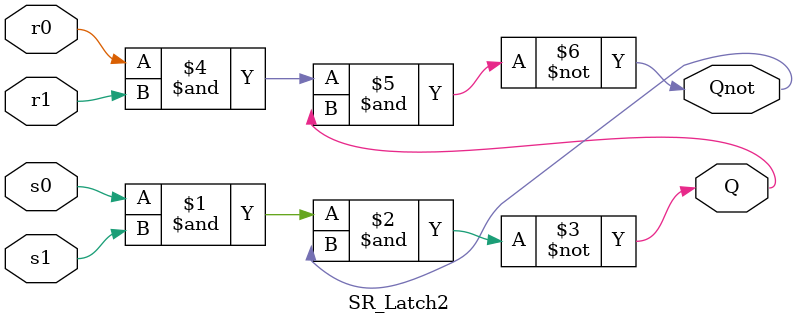
<source format=v>
/*************************************************************************** 
 ***                                                                     *** 
 *** EE 526 L Experiment #3                 Avinash Damse, Spring, 2023 *** 
 ***                                                                     *** 
 *** Experiment #3 title                                                 *** 
 ***                                                                     *** 
 *************************************************************************** 
 ***  Filename: SR_Latch2.v      Created by Avinash Damse, 15th Feb 2023  *** 
 ***    --- revision history, if any, goes here ---                      *** 
 ***************************************************************************/ 


`timescale 1 ns / 1 ns

`define PRIMARY_OUT			2		// ns  (primary output)
`define FAN_OUT_1  			0.5		// ns  (one output fanout)
`define FAN_OUT_2  			0.8		// ns  (two output fanout)
`define FAN_OUT_3  			1		// ns  (three output fanout)
`define TIME_DELAY_1		3   	// ns  (one input gates)
`define TIME_DELAY_2		4		// ns  (two input gates)
`define TIME_DELAY_3		5		// ns  (three input gates)

module SR_Latch2( s0, s1, r0, r1, Q, Qnot );

		output Q, Qnot;   //output
		input s0, s1, r0, r1;  //input
		
		
		nand  #( `TIME_DELAY_3 + `PRIMARY_OUT + `FAN_OUT_2)		NAND1(Q ,s0 ,s1 ,Qnot);  // NAND operation for SR Latch
		nand  #( `TIME_DELAY_3 + `PRIMARY_OUT + `FAN_OUT_2)		NAND2(Qnot ,r0 ,r1 ,Q);  // NAND operation for SR Latch


endmodule
</source>
